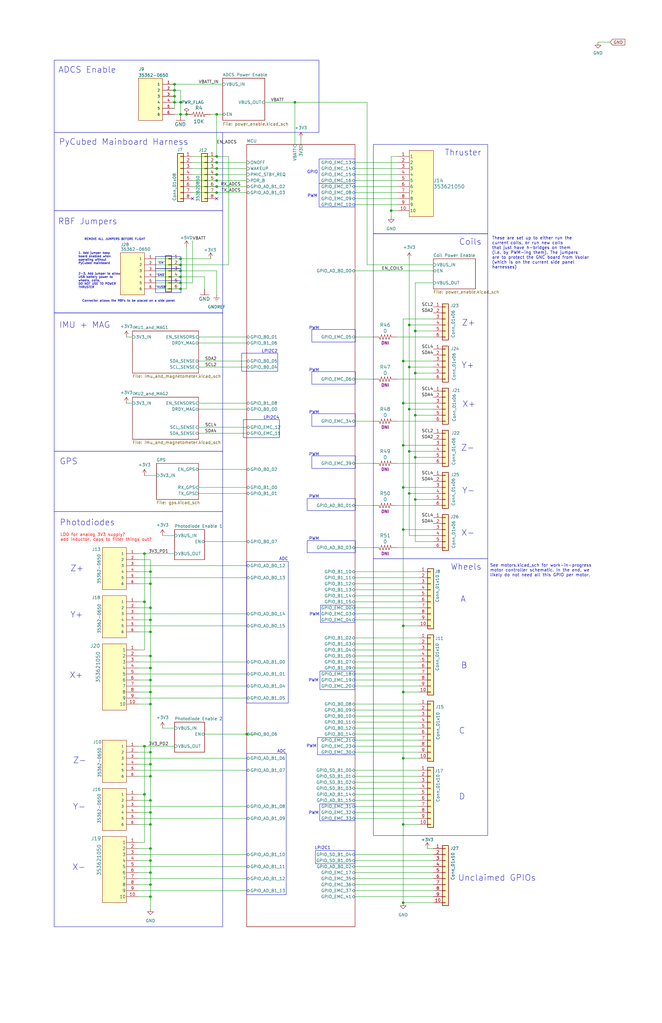
<source format=kicad_sch>
(kicad_sch (version 20230121) (generator eeschema)
  (paper "USLedger" portrait)
  (lib_symbols
    (symbol "353621050_1" (pin_names (offset 0.254))
      (property "Reference" "J" (at -5.08 17.78 0))
      (property "Value" "353621050" (at 1.27 15.24 0))
      (symbol "353621050_1_1_1"
        (pin unspecified line (at -10.16 11.43 0) (length 5.08) (name "1") (number "1"))
        (pin unspecified line (at -10.16 -11.43 0) (length 5.08) (name "10") (number "10"))
        (pin unspecified line (at -10.16 8.89 0) (length 5.08) (name "2") (number "2"))
        (pin unspecified line (at -10.16 6.35 0) (length 5.08) (name "3") (number "3"))
        (pin unspecified line (at -10.16 3.81 0) (length 5.08) (name "4") (number "4"))
        (pin unspecified line (at -10.16 1.27 0) (length 5.08) (name "5") (number "5"))
        (pin unspecified line (at -10.16 -1.27 0) (length 5.08) (name "6") (number "6"))
        (pin unspecified line (at -10.16 -3.81 0) (length 5.08) (name "7") (number "7"))
        (pin unspecified line (at -10.16 -6.35 0) (length 5.08) (name "8") (number "8"))
        (pin unspecified line (at -10.16 -8.89 0) (length 5.08) (name "9") (number "9"))
      )
      (symbol "353621050_1_1_2"
        (pin unspecified line (at 0 0 0) (length 5.08) (name "1") (number "1"))
        (pin unspecified line (at 0 -22.86 0) (length 5.08) (name "10") (number "10"))
        (pin unspecified line (at 0 -2.54 0) (length 5.08) (name "2") (number "2"))
        (pin unspecified line (at 0 -5.08 0) (length 5.08) (name "3") (number "3"))
        (pin unspecified line (at 0 -7.62 0) (length 5.08) (name "4") (number "4"))
        (pin unspecified line (at 0 -10.16 0) (length 5.08) (name "5") (number "5"))
        (pin unspecified line (at 0 -12.7 0) (length 5.08) (name "6") (number "6"))
        (pin unspecified line (at 0 -15.24 0) (length 5.08) (name "7") (number "7"))
        (pin unspecified line (at 0 -17.78 0) (length 5.08) (name "8") (number "8"))
        (pin unspecified line (at 0 -20.32 0) (length 5.08) (name "9") (number "9"))
      )
    )
    (symbol "Connector_Generic:Conn_01x06" (pin_names (offset 1.016) hide)
      (property "Reference" "J" (at 0 7.62 0))
      (property "Value" "Conn_01x06" (at 0 -10.16 0))
      (symbol "Conn_01x06_1_1"
        (pin passive line (at -5.08 5.08 0) (length 3.81) (name "Pin_1") (number "1"))
        (pin passive line (at -5.08 2.54 0) (length 3.81) (name "Pin_2") (number "2"))
        (pin passive line (at -5.08 0 0) (length 3.81) (name "Pin_3") (number "3"))
        (pin passive line (at -5.08 -2.54 0) (length 3.81) (name "Pin_4") (number "4"))
        (pin passive line (at -5.08 -5.08 0) (length 3.81) (name "Pin_5") (number "5"))
        (pin passive line (at -5.08 -7.62 0) (length 3.81) (name "Pin_6") (number "6"))
      )
    )
    (symbol "Connector_Generic:Conn_01x08" (pin_names (offset 1.016) hide)
      (property "Reference" "J" (at 0 10.16 0))
      (property "Value" "Conn_01x08" (at 0 -12.7 0))
      (symbol "Conn_01x08_1_1"
        (pin passive line (at -5.08 7.62 0) (length 3.81) (name "Pin_1") (number "1"))
        (pin passive line (at -5.08 5.08 0) (length 3.81) (name "Pin_2") (number "2"))
        (pin passive line (at -5.08 2.54 0) (length 3.81) (name "Pin_3") (number "3"))
        (pin passive line (at -5.08 0 0) (length 3.81) (name "Pin_4") (number "4"))
        (pin passive line (at -5.08 -2.54 0) (length 3.81) (name "Pin_5") (number "5"))
        (pin passive line (at -5.08 -5.08 0) (length 3.81) (name "Pin_6") (number "6"))
        (pin passive line (at -5.08 -7.62 0) (length 3.81) (name "Pin_7") (number "7"))
        (pin passive line (at -5.08 -10.16 0) (length 3.81) (name "Pin_8") (number "8"))
      )
    )
    (symbol "Connector_Generic:Conn_01x10" (pin_names (offset 1.016) hide)
      (property "Reference" "J" (at 0 12.7 0))
      (property "Value" "Conn_01x10" (at 0 -15.24 0))
      (symbol "Conn_01x10_1_1"
        (pin passive line (at -5.08 10.16 0) (length 3.81) (name "Pin_1") (number "1"))
        (pin passive line (at -5.08 -12.7 0) (length 3.81) (name "Pin_10") (number "10"))
        (pin passive line (at -5.08 7.62 0) (length 3.81) (name "Pin_2") (number "2"))
        (pin passive line (at -5.08 5.08 0) (length 3.81) (name "Pin_3") (number "3"))
        (pin passive line (at -5.08 2.54 0) (length 3.81) (name "Pin_4") (number "4"))
        (pin passive line (at -5.08 0 0) (length 3.81) (name "Pin_5") (number "5"))
        (pin passive line (at -5.08 -2.54 0) (length 3.81) (name "Pin_6") (number "6"))
        (pin passive line (at -5.08 -5.08 0) (length 3.81) (name "Pin_7") (number "7"))
        (pin passive line (at -5.08 -7.62 0) (length 3.81) (name "Pin_8") (number "8"))
        (pin passive line (at -5.08 -10.16 0) (length 3.81) (name "Pin_9") (number "9"))
      )
    )
    (symbol "GND_2" (power) (pin_names (offset 0))
      (property "Value" "GND_2" (at 0 -3.81 0))
      (symbol "GND_2_1_1"
        (pin power_in line (at 0 0 270) (length 0) hide (name "GND") (number "1"))
      )
    )
    (symbol "adcs:353621050" (pin_names (offset 0.254))
      (property "Reference" "J" (at -5.08 17.78 0))
      (property "Value" "353621050" (at 1.27 15.24 0))
      (symbol "353621050_1_1"
        (pin unspecified line (at -10.16 11.43 0) (length 5.08) (name "1") (number "1"))
        (pin unspecified line (at -10.16 -11.43 0) (length 5.08) (name "10") (number "10"))
        (pin unspecified line (at -10.16 8.89 0) (length 5.08) (name "2") (number "2"))
        (pin unspecified line (at -10.16 6.35 0) (length 5.08) (name "3") (number "3"))
        (pin unspecified line (at -10.16 3.81 0) (length 5.08) (name "4") (number "4"))
        (pin unspecified line (at -10.16 1.27 0) (length 5.08) (name "5") (number "5"))
        (pin unspecified line (at -10.16 -1.27 0) (length 5.08) (name "6") (number "6"))
        (pin unspecified line (at -10.16 -3.81 0) (length 5.08) (name "7") (number "7"))
        (pin unspecified line (at -10.16 -6.35 0) (length 5.08) (name "8") (number "8"))
        (pin unspecified line (at -10.16 -8.89 0) (length 5.08) (name "9") (number "9"))
      )
      (symbol "353621050_1_2"
        (pin unspecified line (at 0 0 0) (length 5.08) (name "1") (number "1"))
        (pin unspecified line (at 0 -22.86 0) (length 5.08) (name "10") (number "10"))
        (pin unspecified line (at 0 -2.54 0) (length 5.08) (name "2") (number "2"))
        (pin unspecified line (at 0 -5.08 0) (length 5.08) (name "3") (number "3"))
        (pin unspecified line (at 0 -7.62 0) (length 5.08) (name "4") (number "4"))
        (pin unspecified line (at 0 -10.16 0) (length 5.08) (name "5") (number "5"))
        (pin unspecified line (at 0 -12.7 0) (length 5.08) (name "6") (number "6"))
        (pin unspecified line (at 0 -15.24 0) (length 5.08) (name "7") (number "7"))
        (pin unspecified line (at 0 -17.78 0) (length 5.08) (name "8") (number "8"))
        (pin unspecified line (at 0 -20.32 0) (length 5.08) (name "9") (number "9"))
      )
    )
    (symbol "mainboard:35362-0650" (pin_names (offset 1.016))
      (property "Reference" "J" (at -5.334 11.4554 0))
      (property "Value" "35362-0650" (at -6.096 -11.684 0))
      (symbol "35362-0650_0_0"
        (pin passive line (at 10.16 7.62 180) (length 5.08) (name "1") (number "1"))
        (pin passive line (at 10.16 5.08 180) (length 5.08) (name "2") (number "2"))
        (pin passive line (at 10.16 2.54 180) (length 5.08) (name "3") (number "3"))
        (pin passive line (at 10.16 0 180) (length 5.08) (name "4") (number "4"))
        (pin passive line (at 10.16 -2.54 180) (length 5.08) (name "5") (number "5"))
        (pin passive line (at 10.16 -5.08 180) (length 5.08) (name "6") (number "6"))
      )
    )
    (symbol "mainboard:GND" (power) (pin_names (offset 1.016))
      (property "Value" "GND" (at -2.54 -2.54 0))
      (symbol "GND_1_0"
        (pin power_in line (at 0 2.54 270) (length 2.54) (name "GND") (number "1"))
      )
    )
    (symbol "mainboard:R-US_R0603" (pin_names (offset 1.016))
      (property "Reference" "R" (at -3.81 1.4986 0))
      (property "Value" "R-US_R0603" (at -3.81 -3.302 0))
      (symbol "R-US_R0603_1_0"
        (pin passive line (at -5.08 0 0) (length 2.54) (name "1") (number "1"))
        (pin passive line (at 5.08 0 180) (length 2.54) (name "2") (number "2"))
      )
    )
    (symbol "power:+3V3" (power) (pin_names (offset 0))
      (property "Value" "+3V3" (at 0 3.556 0))
      (symbol "+3V3_1_1"
        (pin power_in line (at 0 0 90) (length 0) hide (name "+3V3") (number "1"))
      )
    )
    (symbol "power:+5VD" (power) (pin_names (offset 0))
      (property "Value" "+5VD" (at 0 3.556 0))
      (symbol "+5VD_1_1"
        (pin power_in line (at 0 0 90) (length 0) hide (name "+5VD") (number "1"))
      )
    )
    (symbol "power:GND" (power) (pin_names (offset 0))
      (property "Value" "GND" (at 0 -3.81 0))
      (symbol "GND_1_1"
        (pin power_in line (at 0 0 270) (length 0) hide (name "GND") (number "1"))
      )
    )
    (symbol "power:GNDREF" (power) (pin_names (offset 0))
      (property "Value" "GNDREF" (at 0 -3.81 0))
      (symbol "GNDREF_1_1"
        (pin power_in line (at 0 0 270) (length 0) hide (name "GNDREF") (number "1"))
      )
    )
    (symbol "power:PWR_FLAG" (power) (pin_numbers hide) (pin_names (offset 0) hide)
      (property "Value" "PWR_FLAG" (at 0 3.81 0))
      (symbol "PWR_FLAG_0_0"
        (pin power_out line (at 0 0 90) (length 0) (name "pwr") (number "1"))
      )
    )
  )
  (bus_alias "UART" (members "TX" "RX"))
  (junction (at 63.5 347.98))
  (junction (at 76.2 48.26))
  (junction (at 175.26 157.48))
  (junction (at 91.44 48.26))
  (junction (at 63.5 246.38))
  (junction (at 76.2 114.3))
  (junction (at 175.26 139.7))
  (junction (at 170.18 187.96))
  (junction (at 172.72 208.28))
  (junction (at 63.5 363.22))
  (junction (at 76.2 119.38))
  (junction (at 165.1 88.9))
  (junction (at 63.5 378.46))
  (junction (at 63.5 287.02))
  (junction (at 104.14 309.88))
  (junction (at 170.18 264.16))
  (junction (at 91.44 71.12))
  (junction (at 170.18 347.98))
  (junction (at 73.66 38.1))
  (junction (at 172.72 154.94))
  (junction (at 172.72 172.72))
  (junction (at 91.44 76.2))
  (junction (at 76.2 109.22))
  (junction (at 170.18 205.74))
  (junction (at 170.18 152.4))
  (junction (at 60.96 335.28))
  (junction (at 63.5 266.7))
  (junction (at 175.26 175.26))
  (junction (at 63.5 292.1))
  (junction (at 73.66 43.18))
  (junction (at 175.26 210.82))
  (junction (at 76.2 121.92))
  (junction (at 170.18 170.18))
  (junction (at 91.44 78.74))
  (junction (at 73.66 40.64))
  (junction (at 91.44 66.04))
  (junction (at 60.96 254))
  (junction (at 60.96 314.96))
  (junction (at 170.18 292.1))
  (junction (at 76.2 111.76))
  (junction (at 175.26 193.04))
  (junction (at 91.44 81.28))
  (junction (at 63.5 337.82))
  (junction (at 63.5 322.58))
  (junction (at 63.5 276.86))
  (junction (at 172.72 190.5))
  (junction (at 76.2 116.84))
  (junction (at 63.5 317.5))
  (junction (at 63.5 261.62))
  (junction (at 170.18 320.04))
  (junction (at 78.74 48.26))
  (junction (at 63.5 241.3))
  (junction (at 63.5 342.9))
  (junction (at 91.44 73.66))
  (junction (at 63.5 256.54))
  (junction (at 63.5 373.38))
  (junction (at 63.5 297.18))
  (junction (at 170.18 223.52))
  (junction (at 63.5 327.66))
  (junction (at 63.5 281.94))
  (junction (at 91.44 68.58))
  (junction (at 60.96 233.68))
  (junction (at 172.72 137.16))
  (junction (at 124.46 43.18))
  (junction (at 170.18 381))
  (junction (at 73.66 35.56))
  (junction (at 63.5 368.3))
  (junction (at 76.2 43.18))
  (junction (at 63.5 358.14))
  (no_connect (at 91.44 83.82))
  (no_connect (at 81.28 83.82))
  (wire (pts (xy 81.28 76.2) (xy 91.44 76.2)))
  (wire (pts (xy 157.48 195.58) (xy 149.86 195.58)))
  (wire (pts (xy 127 58.42) (xy 127 60.96)))
  (wire (pts (xy 66.04 119.38) (xy 76.2 119.38)))
  (wire (pts (xy 182.88 195.58) (xy 167.64 195.58)))
  (wire (pts (xy 109.22 309.88) (xy 104.14 309.88)))
  (wire (pts (xy 63.5 363.22) (xy 58.42 363.22)))
  (wire (pts (xy 170.18 347.98) (xy 170.18 381)))
  (wire (pts (xy 175.26 157.48) (xy 175.26 175.26)))
  (wire (pts (xy 63.5 297.18) (xy 63.5 317.5)))
  (wire (pts (xy 66.04 121.92) (xy 76.2 121.92)))
  (wire (pts (xy 175.26 210.82) (xy 175.26 228.6)))
  (wire (pts (xy 111.76 43.18) (xy 124.46 43.18)))
  (wire (pts (xy 81.28 73.66) (xy 91.44 73.66)))
  (wire (pts (xy 63.5 292.1) (xy 58.42 292.1)))
  (wire (pts (xy 182.88 157.48) (xy 175.26 157.48)))
  (wire (pts (xy 73.66 35.56) (xy 93.98 35.56)))
  (wire (pts (xy 182.88 114.3) (xy 149.86 114.3)))
  (wire (pts (xy 60.96 254) (xy 58.42 254)))
  (wire (pts (xy 149.86 312.42) (xy 176.6824 312.42)))
  (wire (pts (xy 176.6824 327.66) (xy 149.86 327.66)))
  (wire (pts (xy 104.14 170.18) (xy 83.82 170.18)))
  (wire (pts (xy 63.5 236.22) (xy 58.42 236.22)))
  (wire (pts (xy 76.2 119.38) (xy 81.28 119.38)))
  (wire (pts (xy 157.48 160.02) (xy 149.86 160.02)))
  (wire (pts (xy 58.42 314.96) (xy 60.96 314.96)))
  (wire (pts (xy 60.96 233.68) (xy 60.96 254)))
  (wire (pts (xy 176.6824 289.56) (xy 149.86 289.56)))
  (wire (pts (xy 63.5 266.7) (xy 58.42 266.7)))
  (wire (pts (xy 149.86 373.38) (xy 182.88 373.38)))
  (wire (pts (xy 176.6824 342.9) (xy 149.86 342.9)))
  (wire (pts (xy 176.6824 256.54) (xy 149.86 256.54)))
  (wire (pts (xy 157.48 142.24) (xy 149.86 142.24)))
  (wire (pts (xy 96.52 66.04) (xy 96.52 111.76)))
  (wire (pts (xy 149.86 363.22) (xy 182.88 363.22)))
  (wire (pts (xy 63.5 342.9) (xy 63.5 337.82)))
  (wire (pts (xy 182.88 152.4) (xy 170.18 152.4)))
  (wire (pts (xy 154.94 43.18) (xy 154.94 111.76)))
  (wire (pts (xy 176.6824 269.24) (xy 149.86 269.24)))
  (wire (pts (xy 73.66 226.06) (xy 68.58 226.06)))
  (wire (pts (xy 170.18 134.62) (xy 182.88 134.62)))
  (wire (pts (xy 167.64 71.12) (xy 149.86 71.12)))
  (wire (pts (xy 176.6824 325.12) (xy 149.86 325.12)))
  (wire (pts (xy 91.44 76.2) (xy 104.14 76.2)))
  (wire (pts (xy 172.72 137.16) (xy 172.72 154.94)))
  (wire (pts (xy 157.48 231.14) (xy 149.86 231.14)))
  (wire (pts (xy 58.42 294.64) (xy 104.14 294.64)))
  (wire (pts (xy 63.5 261.62) (xy 58.42 261.62)))
  (wire (pts (xy 58.42 233.68) (xy 60.96 233.68)))
  (wire (pts (xy 104.14 182.88) (xy 83.82 182.88)))
  (wire (pts (xy 73.66 307.34) (xy 68.58 307.34)))
  (wire (pts (xy 58.42 365.76) (xy 104.14 365.76)))
  (wire (pts (xy 81.28 68.58) (xy 91.44 68.58)))
  (wire (pts (xy 96.52 66.04) (xy 91.44 66.04)))
  (wire (pts (xy 182.88 193.04) (xy 175.26 193.04)))
  (wire (pts (xy 176.6824 259.08) (xy 149.86 259.08)))
  (wire (pts (xy 63.5 368.3) (xy 58.42 368.3)))
  (wire (pts (xy 154.94 43.18) (xy 124.46 43.18)))
  (wire (pts (xy 63.5 337.82) (xy 58.42 337.82)))
  (wire (pts (xy 182.88 190.5) (xy 172.72 190.5)))
  (wire (pts (xy 182.88 137.16) (xy 172.72 137.16)))
  (wire (pts (xy 73.66 40.64) (xy 73.66 43.18)))
  (wire (pts (xy 104.14 172.72) (xy 83.82 172.72)))
  (wire (pts (xy 176.6824 309.88) (xy 149.86 309.88)))
  (wire (pts (xy 167.64 68.58) (xy 149.86 68.58)))
  (wire (pts (xy 66.04 111.76) (xy 76.2 111.76)))
  (wire (pts (xy 167.64 81.28) (xy 149.86 81.28)))
  (wire (pts (xy 91.44 48.26) (xy 91.44 66.04)))
  (wire (pts (xy 58.42 259.08) (xy 104.14 259.08)))
  (wire (pts (xy 63.5 337.82) (xy 63.5 327.66)))
  (wire (pts (xy 182.88 208.28) (xy 172.72 208.28)))
  (wire (pts (xy 176.6824 347.98) (xy 170.18 347.98)))
  (wire (pts (xy 63.5 358.14) (xy 58.42 358.14)))
  (wire (pts (xy 63.5 287.02) (xy 58.42 287.02)))
  (wire (pts (xy 91.44 73.66) (xy 104.14 73.66)))
  (wire (pts (xy 66.04 114.3) (xy 76.2 114.3)))
  (wire (pts (xy 76.2 43.18) (xy 73.66 43.18)))
  (wire (pts (xy 55.88 142.24) (xy 53.34 142.24)))
  (wire (pts (xy 63.5 347.98) (xy 58.42 347.98)))
  (wire (pts (xy 76.2 48.26) (xy 78.74 48.26)))
  (wire (pts (xy 167.64 86.36) (xy 149.86 86.36)))
  (wire (pts (xy 86.36 116.84) (xy 86.36 121.92)))
  (wire (pts (xy 170.18 264.16) (xy 170.18 292.1)))
  (wire (pts (xy 91.44 71.12) (xy 104.14 71.12)))
  (wire (pts (xy 60.96 335.28) (xy 58.42 335.28)))
  (wire (pts (xy 176.6824 320.04) (xy 170.18 320.04)))
  (wire (pts (xy 58.42 345.44) (xy 104.14 345.44)))
  (wire (pts (xy 73.66 43.18) (xy 73.66 45.72)))
  (wire (pts (xy 60.96 254) (xy 60.96 274.32)))
  (wire (pts (xy 124.46 43.18) (xy 124.46 60.96)))
  (wire (pts (xy 172.72 172.72) (xy 172.72 190.5)))
  (wire (pts (xy 182.88 231.14) (xy 167.64 231.14)))
  (wire (pts (xy 167.64 66.04) (xy 165.1 66.04)))
  (wire (pts (xy 76.2 116.84) (xy 86.36 116.84)))
  (wire (pts (xy 58.42 264.16) (xy 104.14 264.16)))
  (wire (pts (xy 91.44 78.74) (xy 104.14 78.74)))
  (wire (pts (xy 175.26 119.38) (xy 175.26 139.7)))
  (wire (pts (xy 175.26 228.6) (xy 182.88 228.6)))
  (wire (pts (xy 91.44 81.28) (xy 104.14 81.28)))
  (wire (pts (xy 63.5 297.18) (xy 58.42 297.18)))
  (wire (pts (xy 104.14 205.74) (xy 83.82 205.74)))
  (wire (pts (xy 149.86 378.46) (xy 182.88 378.46)))
  (wire (pts (xy 182.88 381) (xy 170.18 381)))
  (wire (pts (xy 176.6824 279.4) (xy 149.86 279.4)))
  (wire (pts (xy 167.64 73.66) (xy 149.86 73.66)))
  (wire (pts (xy 63.5 276.86) (xy 63.5 281.94)))
  (wire (pts (xy 182.88 119.38) (xy 175.26 119.38)))
  (wire (pts (xy 170.18 187.96) (xy 170.18 205.74)))
  (wire (pts (xy 176.6824 274.32) (xy 149.86 274.32)))
  (wire (pts (xy 154.94 111.76) (xy 182.88 111.76)))
  (wire (pts (xy 176.6824 241.3) (xy 149.86 241.3)))
  (wire (pts (xy 104.14 198.12) (xy 83.82 198.12)))
  (wire (pts (xy 73.66 38.1) (xy 76.2 38.1)))
  (wire (pts (xy 60.96 274.32) (xy 58.42 274.32)))
  (wire (pts (xy 176.6824 297.18) (xy 149.86 297.18)))
  (wire (pts (xy 176.6824 246.38) (xy 149.86 246.38)))
  (wire (pts (xy 63.5 373.38) (xy 63.5 378.46)))
  (wire (pts (xy 182.88 139.7) (xy 175.26 139.7)))
  (wire (pts (xy 176.6824 332.74) (xy 149.86 332.74)))
  (wire (pts (xy 176.6824 299.72) (xy 149.86 299.72)))
  (wire (pts (xy 172.72 208.28) (xy 172.72 226.06)))
  (wire (pts (xy 63.5 241.3) (xy 63.5 236.22)))
  (wire (pts (xy 176.6824 330.2) (xy 149.86 330.2)))
  (wire (pts (xy 176.6824 276.86) (xy 149.86 276.86)))
  (wire (pts (xy 176.6824 254) (xy 149.86 254)))
  (wire (pts (xy 86.36 228.6) (xy 104.14 228.6)))
  (wire (pts (xy 58.42 370.84) (xy 104.14 370.84)))
  (wire (pts (xy 58.42 284.48) (xy 104.14 284.48)))
  (wire (pts (xy 149.86 314.96) (xy 176.6824 314.96)))
  (wire (pts (xy 167.64 88.9) (xy 165.1 88.9)))
  (wire (pts (xy 182.88 205.74) (xy 170.18 205.74)))
  (wire (pts (xy 63.5 317.5) (xy 58.42 317.5)))
  (wire (pts (xy 81.28 101.6) (xy 81.28 119.38)))
  (wire (pts (xy 63.5 363.22) (xy 63.5 368.3)))
  (wire (pts (xy 60.96 314.96) (xy 73.66 314.96)))
  (wire (pts (xy 55.88 170.18) (xy 53.34 170.18)))
  (wire (pts (xy 170.18 320.04) (xy 170.18 347.98)))
  (wire (pts (xy 104.14 154.94) (xy 83.82 154.94)))
  (wire (pts (xy 76.2 121.92) (xy 78.74 121.92)))
  (wire (pts (xy 176.6824 340.36) (xy 149.86 340.36)))
  (wire (pts (xy 81.28 71.12) (xy 91.44 71.12)))
  (wire (pts (xy 63.5 266.7) (xy 63.5 261.62)))
  (wire (pts (xy 63.5 322.58) (xy 63.5 317.5)))
  (wire (pts (xy 165.1 66.04) (xy 165.1 88.9)))
  (wire (pts (xy 176.6824 271.78) (xy 149.86 271.78)))
  (wire (pts (xy 170.18 292.1) (xy 170.18 320.04)))
  (wire (pts (xy 63.5 256.54) (xy 63.5 246.38)))
  (wire (pts (xy 176.6824 243.84) (xy 149.86 243.84)))
  (wire (pts (xy 170.18 170.18) (xy 170.18 187.96)))
  (wire (pts (xy 60.96 314.96) (xy 60.96 335.28)))
  (wire (pts (xy 157.48 177.8) (xy 149.86 177.8)))
  (wire (pts (xy 63.5 368.3) (xy 63.5 373.38)))
  (wire (pts (xy 170.18 205.74) (xy 170.18 223.52)))
  (wire (pts (xy 170.1546 381.0508) (xy 170.1546 381)))
  (wire (pts (xy 176.6824 281.94) (xy 149.86 281.94)))
  (wire (pts (xy 63.5 373.38) (xy 58.42 373.38)))
  (wire (pts (xy 76.2 43.18) (xy 76.2 48.26)))
  (wire (pts (xy 182.88 154.94) (xy 172.72 154.94)))
  (wire (pts (xy 104.14 180.34) (xy 83.82 180.34)))
  (wire (pts (xy 104.14 144.78) (xy 83.82 144.78)))
  (wire (pts (xy 63.5 347.98) (xy 63.5 358.14)))
  (wire (pts (xy 176.6824 302.26) (xy 149.86 302.26)))
  (wire (pts (xy 176.6824 292.1) (xy 170.18 292.1)))
  (wire (pts (xy 182.88 175.26) (xy 175.26 175.26)))
  (wire (pts (xy 63.5 378.46) (xy 58.42 378.46)))
  (wire (pts (xy 76.2 48.26) (xy 73.66 48.26)))
  (wire (pts (xy 63.5 266.7) (xy 63.5 276.86)))
  (wire (pts (xy 172.72 190.5) (xy 172.72 208.28)))
  (wire (pts (xy 175.26 139.7) (xy 175.26 157.48)))
  (wire (pts (xy 60.96 335.28) (xy 60.96 355.6)))
  (wire (pts (xy 81.28 81.28) (xy 91.44 81.28)))
  (wire (pts (xy 104.14 142.24) (xy 83.82 142.24)))
  (wire (pts (xy 60.96 355.6) (xy 58.42 355.6)))
  (wire (pts (xy 182.88 187.96) (xy 170.18 187.96)))
  (wire (pts (xy 63.5 276.86) (xy 58.42 276.86)))
  (wire (pts (xy 63.5 322.58) (xy 58.42 322.58)))
  (wire (pts (xy 63.5 261.62) (xy 63.5 256.54)))
  (wire (pts (xy 78.74 104.14) (xy 78.74 121.92)))
  (wire (pts (xy 104.14 152.4) (xy 83.82 152.4)))
  (wire (pts (xy 167.64 83.82) (xy 149.86 83.82)))
  (wire (pts (xy 104.14 309.88) (xy 86.36 309.88)))
  (wire (pts (xy 66.04 116.84) (xy 76.2 116.84)))
  (wire (pts (xy 63.5 347.98) (xy 63.5 342.9)))
  (wire (pts (xy 182.88 223.52) (xy 170.18 223.52)))
  (wire (pts (xy 63.5 327.66) (xy 58.42 327.66)))
  (wire (pts (xy 176.6824 337.82) (xy 149.86 337.82)))
  (wire (pts (xy 58.42 340.36) (xy 104.14 340.36)))
  (wire (pts (xy 76.2 111.76) (xy 96.52 111.76)))
  (wire (pts (xy 170.18 264.16) (xy 176.6824 264.16)))
  (wire (pts (xy 149.86 370.84) (xy 182.88 370.84)))
  (wire (pts (xy 66.04 109.22) (xy 76.2 109.22)))
  (wire (pts (xy 182.88 210.82) (xy 175.26 210.82)))
  (wire (pts (xy 176.6824 261.62) (xy 149.86 261.62)))
  (wire (pts (xy 176.6824 284.48) (xy 149.86 284.48)))
  (wire (pts (xy 81.28 66.04) (xy 91.44 66.04)))
  (wire (pts (xy 63.5 246.38) (xy 58.42 246.38)))
  (wire (pts (xy 176.6824 345.44) (xy 149.86 345.44)))
  (wire (pts (xy 182.88 172.72) (xy 172.72 172.72)))
  (wire (pts (xy 176.6824 287.02) (xy 149.86 287.02)))
  (wire (pts (xy 175.26 175.26) (xy 175.26 193.04)))
  (wire (pts (xy 63.5 281.94) (xy 63.5 287.02)))
  (wire (pts (xy 149.86 365.76) (xy 182.88 365.76)))
  (wire (pts (xy 252.3744 17.78) (xy 257.4544 17.78)))
  (wire (pts (xy 182.88 142.24) (xy 167.64 142.24)))
  (wire (pts (xy 149.86 368.3) (xy 182.88 368.3)))
  (wire (pts (xy 104.14 208.28) (xy 83.82 208.28)))
  (wire (pts (xy 76.2 38.1) (xy 76.2 43.18)))
  (wire (pts (xy 73.66 35.56) (xy 73.66 38.1)))
  (wire (pts (xy 58.42 325.12) (xy 104.14 325.12)))
  (wire (pts (xy 76.2 109.22) (xy 88.9 109.22)))
  (wire (pts (xy 63.5 292.1) (xy 63.5 297.18)))
  (wire (pts (xy 58.42 320.04) (xy 104.14 320.04)))
  (wire (pts (xy 91.44 124.46) (xy 91.44 114.3)))
  (wire (pts (xy 63.5 287.02) (xy 63.5 292.1)))
  (wire (pts (xy 172.72 154.94) (xy 172.72 172.72)))
  (wire (pts (xy 176.6824 251.46) (xy 149.86 251.46)))
  (wire (pts (xy 58.42 279.4) (xy 104.14 279.4)))
  (wire (pts (xy 149.86 317.5) (xy 176.6824 317.5)))
  (wire (pts (xy 167.64 76.2) (xy 149.86 76.2)))
  (wire (pts (xy 81.28 78.74) (xy 91.44 78.74)))
  (wire (pts (xy 182.88 213.36) (xy 167.64 213.36)))
  (wire (pts (xy 63.5 256.54) (xy 58.42 256.54)))
  (wire (pts (xy 63.5 281.94) (xy 58.42 281.94)))
  (wire (pts (xy 172.72 226.06) (xy 182.88 226.06)))
  (wire (pts (xy 176.6824 304.8) (xy 149.86 304.8)))
  (wire (pts (xy 170.1546 381) (xy 170.18 381)))
  (wire (pts (xy 58.42 360.68) (xy 104.14 360.68)))
  (wire (pts (xy 63.5 358.14) (xy 63.5 363.22)))
  (wire (pts (xy 58.42 375.92) (xy 104.14 375.92)))
  (wire (pts (xy 66.04 200.66) (xy 60.96 200.66)))
  (wire (pts (xy 176.6824 335.28) (xy 149.86 335.28)))
  (wire (pts (xy 172.72 109.22) (xy 172.72 137.16)))
  (wire (pts (xy 60.96 233.68) (xy 73.66 233.68)))
  (wire (pts (xy 149.86 375.92) (xy 182.88 375.92)))
  (wire (pts (xy 73.66 38.1) (xy 73.66 40.64)))
  (wire (pts (xy 182.88 177.8) (xy 167.64 177.8)))
  (wire (pts (xy 58.42 238.76) (xy 104.14 238.76)))
  (wire (pts (xy 63.5 241.3) (xy 58.42 241.3)))
  (wire (pts (xy 167.64 78.74) (xy 149.86 78.74)))
  (wire (pts (xy 63.5 378.46) (xy 63.5 383.54)))
  (wire (pts (xy 175.26 193.04) (xy 175.26 210.82)))
  (wire (pts (xy 170.18 223.52) (xy 170.18 264.16)))
  (wire (pts (xy 157.48 213.36) (xy 149.86 213.36)))
  (wire (pts (xy 170.18 152.4) (xy 170.18 170.18)))
  (wire (pts (xy 182.88 358.14) (xy 180.34 358.14)))
  (wire (pts (xy 176.6824 248.92) (xy 149.86 248.92)))
  (wire (pts (xy 76.2 114.3) (xy 91.44 114.3)))
  (wire (pts (xy 58.42 289.56) (xy 104.14 289.56)))
  (wire (pts (xy 88.9 48.26) (xy 91.44 48.26)))
  (wire (pts (xy 176.6824 307.34) (xy 149.86 307.34)))
  (wire (pts (xy 63.5 246.38) (xy 63.5 241.3)))
  (wire (pts (xy 63.5 342.9) (xy 58.42 342.9)))
  (wire (pts (xy 165.1 91.44) (xy 165.1 88.9)))
  (wire (pts (xy 91.44 68.58) (xy 104.14 68.58)))
  (wire (pts (xy 170.18 134.62) (xy 170.18 152.4)))
  (wire (pts (xy 149.86 360.68) (xy 182.88 360.68)))
  (wire (pts (xy 58.42 243.84) (xy 104.14 243.84)))
  (wire (pts (xy 182.88 160.02) (xy 167.64 160.02)))
  (wire (pts (xy 63.5 327.66) (xy 63.5 322.58)))
  (wire (pts (xy 182.88 170.18) (xy 170.18 170.18)))
  (wire (pts (xy 91.44 48.26) (xy 93.98 48.26)))
  (rectangle (start 157.5816 60.96) (end 205.8416 98.6536))
  (rectangle (start 22.86 55.88) (end 93.98 88.9))
  (rectangle (start 134.6708 77.4446) (end 149.86 87.376))
  (rectangle (start 22.86 190.5) (end 93.98 215.9))
  (rectangle (start 104.0892 236.982) (end 121.6914 296.7482))
  (rectangle (start 131.5974 144.3736) (end 149.9616 139.065))
  (rectangle (start 65.6082 118.491) (end 76.4032 123.5202))
  (rectangle (start 129.6416 215.4936) (end 149.9616 210.4136))
  (rectangle (start 22.86 88.9) (end 93.98 132.08))
  (rectangle (start 104.14 318.008) (end 120.8024 377.6218))
  (rectangle (start 134.0104 311.3024) (end 149.86 318.5668))
  (rectangle (start 133.1214 358.9782) (end 149.8092 364.5408))
  (rectangle (start 134.9502 339.2932) (end 149.8346 346.4052))
  (rectangle (start 131.5974 179.9336) (end 149.9616 174.625))
  (rectangle (start 131.5974 162.1536) (end 149.9616 156.845))
  (rectangle (start 22.86 132.08) (end 93.98 190.5))
  (rectangle (start 157.5816 235.8136) (end 205.8416 98.6536))
  (rectangle (start 129.6416 228.1936) (end 149.9616 233.2736))
  (rectangle (start 135.0264 283.2608) (end 149.8092 291.084))
  (rectangle (start 22.86 25.4) (end 134.62 55.88))
  (rectangle (start 135.2804 255.4224) (end 149.8346 262.7376))
  (rectangle (start 131.5974 197.7136) (end 149.9616 192.405))
  (rectangle (start 134.6708 67.0814) (end 149.86 77.4446))
  (rectangle (start 65.6082 113.3856) (end 76.4032 118.491))
  (rectangle (start 65.6082 108.2548) (end 76.4032 113.3856))
  (rectangle (start 157.5816 352.6536) (end 205.8416 235.8136))
  (rectangle (start 101.981 149.0726) (end 117.221 156.6926))
  (rectangle (start 102.6922 184.7342) (end 117.9322 177.1142))
  (rectangle (start 22.86 215.9) (end 93.98 391.16))
  (text "GPS\n" (at 32.8168 196.3928 0) (effects (font (size 2.54 2.54)) (justify right bottom)))
  (text "PWM\n" (at 134.7216 192.6336 0) (effects (font (size 1.27 1.27)) (justify right bottom)))
  (text "LPI2C2\n" (at 117.221 149.0726 0) (effects (font (size 1.27 1.27)) (justify right bottom)))
  (text "Y+" (at 35.1028 261.112 0) (effects (font (size 2.54 2.54)) (justify right bottom)))
  (text "PWM\n" (at 134.874 260.1214 0) (effects (font (size 1.27 1.27)) (justify right bottom)))
  (text "Z+" (at 200.6854 137.8712 0) (effects (font (size 2.54 2.54)) (justify right bottom)))
  (text "LPI2C4\n" (at 117.9322 177.1142 0) (effects (font (size 1.27 1.27)) (justify right bottom)))
  (text "PWM\n" (at 134.7216 228.1936 0) (effects (font (size 1.27 1.27)) (justify right bottom)))
  (text "See motors.kicad_sch for work-in-progress \nmotor controller schematic. In the end, we \nlikely do not need all this GPIO per motor. " (at 206.7814 243.586 0) (effects (font (size 1.27 1.27)) (justify left bottom)))
  (text "PWM\n" (at 134.5946 343.9414 0) (effects (font (size 1.27 1.27)) (justify right bottom)))
  (text "D" (at 196.3674 337.8708 0) (effects (font (size 2.54 2.54)) (justify right bottom)))
  (text "Z-" (at 36.5506 322.58 0) (effects (font (size 2.54 2.54)) (justify right bottom)))
  (text "C" (at 196.3674 310.0324 0) (effects (font (size 2.54 2.54)) (justify right bottom)))
  (text "X-" (at 36.2204 367.6396 0) (effects (font (size 2.54 2.54)) (justify right bottom)))
  (text "X+" (at 200.8378 172.1866 0) (effects (font (size 2.54 2.54)) (justify right bottom)))
  (text "PyCubed Mainboard Harness" (at 24.8158 61.5442 0) (effects (font (size 2.54 2.54)) (justify left bottom)))
  (text "ADCS Enable" (at 24.5618 31.115 0) (effects (font (size 2.54 2.54)) (justify left bottom)))
  (text "2-3. Add jumper to allow\nUSB battery power to \nwheels, coils.\nDO NOT USE TO POWER \nTHRUSTER" (at 33.02 121.92 0) (effects (font (size 0.889 0.889)) (justify left bottom)))
  (text "Z-" (at 200.3552 190.627 0) (effects (font (size 2.54 2.54)) (justify right bottom)))
  (text "LPI2C1\n" (at 139.573 358.7242 0) (effects (font (size 1.27 1.27)) (justify right bottom)))
  (text "GPIO\n\n" (at 134.239 75.4888 0) (effects (font (size 1.27 1.27)) (justify right bottom)))
  (text "\"VUSB\"" (at 65.5574 121.8692 0) (effects (font (size 0.889 0.889)) (justify left bottom)))
  (text "\"EN\"" (at 66.421 111.6076 0) (effects (font (size 0.889 0.889)) (justify left bottom)))
  (text "Thruster\n" (at 203.2 66.04 0) (effects (font (size 2.54 2.54)) (justify right bottom)))
  (text "X+" (at 35.1028 286.6136 0) (effects (font (size 2.54 2.54)) (justify right bottom)))
  (text "PWM\n" (at 134.5184 288.0106 0) (effects (font (size 1.27 1.27)) (justify right bottom)))
  (text "X-" (at 200.3806 226.5426 0) (effects (font (size 2.54 2.54)) (justify right bottom)))
  (text "REMOVE ALL JUMPERS BEFORE FLIGHT" (at 35.56 101.6 0) (effects (font (size 0.889 0.889)) (justify left bottom)))
  (text "Unclaimed GPIOs" (at 226.2632 372.1608 0) (effects (font (size 2.54 2.54)) (justify right bottom)))
  (text "Y+" (at 200.2028 155.8036 0) (effects (font (size 2.54 2.54)) (justify right bottom)))
  (text "Coils\n" (at 203.3016 103.7336 0) (effects (font (size 2.54 2.54)) (justify right bottom)))
  (text "Connector allows the RBFs to be placed on a side panel\n" (at 34.6456 127.6096 0) (effects (font (size 0.889 0.889)) (justify left bottom)))
  (text "RBF Jumpers" (at 24.4348 95.0976 0) (effects (font (size 2.54 2.54)) (justify left bottom)))
  (text "IMU + MAG\n" (at 46.5582 138.811 0) (effects (font (size 2.54 2.54)) (justify right bottom)))
  (text "Y-" (at 36.2204 342.138 0) (effects (font (size 2.54 2.54)) (justify right bottom)))
  (text "PWM\n" (at 134.7216 174.8536 0) (effects (font (size 1.27 1.27)) (justify right bottom)))
  (text "PWM\n" (at 134.0612 83.5152 0) (effects (font (size 1.27 1.27)) (justify right bottom)))
  (text "A" (at 196.6468 254.508 0) (effects (font (size 2.54 2.54)) (justify right bottom)))
  (text "Wheels\n" (at 203.3016 240.8936 0) (effects (font (size 2.54 2.54)) (justify right bottom)))
  (text "1. Add jumper keep\nboard enabled when \noperating without \nPyCubed mainboard\n" (at 33.02 111.76 0) (effects (font (size 0.889 0.889)) (justify left bottom)))
  (text "These are set up to either run the\ncurrent coils, or run new coils \nthat just have h-bridges on them\n(i.e. by PWM-ing them). The jumpers\nare to protect the GNC board from Vsolar\n(which is on the current side panel \nharnesses)" (at 207.6196 113.6396 0) (effects (font (size 1.27 1.27)) (justify left bottom)))
  (text "B" (at 197.2818 282.4988 0) (effects (font (size 2.54 2.54)) (justify right bottom)))
  (text "Y-" (at 200.5076 208.6864 0) (effects (font (size 2.54 2.54)) (justify right bottom)))
  (text "PWM\n" (at 134.7216 139.2936 0) (effects (font (size 1.27 1.27)) (justify right bottom)))
  (text "\"GND\"" (at 70.0532 116.7638 0) (effects (font (size 0.889 0.889)) (justify right bottom)))
  (text "PWM\n" (at 133.6548 315.7474 0) (effects (font (size 1.27 1.27)) (justify right bottom)))
  (text "Photodiodes" (at 48.5648 222.1738 0) (effects (font (size 2.54 2.54)) (justify right bottom)))
  (text "PWM\n" (at 134.7216 210.4136 0) (effects (font (size 1.27 1.27)) (justify right bottom)))
  (text "ADC\n" (at 120.8024 317.9572 0) (effects (font (size 1.27 1.27)) (justify right bottom)))
  (text "ADC\n" (at 121.6152 236.728 0) (effects (font (size 1.27 1.27)) (justify right bottom)))
  (text "LDO for analog 3V3 supply?\nadd inductor, caps to filter things out?\n" (at 25.4 228.6 0) (effects (font (size 1.27 1.27)) (justify left bottom)))
  (text "Z+" (at 35.433 241.554 0) (effects (font (size 2.54 2.54)) (justify right bottom)))
  (text "PWM\n" (at 134.7216 157.0736 0) (effects (font (size 1.27 1.27)) (justify right bottom)))
  (label "SCL4" (at 182.88 147.32 180))
  (label "SDA2" (at 182.88 185.42 180))
  (label "SCL2" (at 91.44 154.94 180))
  (label "EN_ADCS" (at 91.44 60.96 0))
  (label "SCL4" (at 182.88 165.1 180))
  (label "SDA2" (at 182.88 132.08 180))
  (label "SDA4" (at 182.88 203.2 180))
  (label "VBATT" (at 114.3 43.18 0))
  (label "SDA4" (at 182.88 220.98 180))
  (label "SDA2" (at 91.44 152.4 180))
  (label "3V3_PD1" (at 71.12 233.68 180))
  (label "SDA4" (at 182.88 167.64 180))
  (label "3V3_PD2" (at 71.12 314.96 180))
  (label "SDA4" (at 182.88 149.86 180))
  (label "VBATT_IN" (at 83.82 35.56 0))
  (label "SCL4" (at 91.44 180.34 180))
  (label "EN_COILS" (at 170.18 114.3 180))
  (label "SCL2" (at 182.88 129.54 180))
  (label "SCL4" (at 182.88 218.44 180))
  (label "SCL2" (at 182.88 182.88 180))
  (label "VBATT" (at 81.28 101.6 0))
  (label "SCL4" (at 182.88 200.66 180))
  (label "SDA4" (at 91.44 182.88 180))
  (label "RX_ADCS" (at 101.6 78.74 180))
  (label "TX_ADCS" (at 101.6 81.28 180))
  (global_label "GND" (shape input) (at 257.4544 17.78 0) (property "Intersheetrefs" "${INTERSHEET_REFS}" (effects hide)))
  (symbol (lib_id "power:+3V3") (at 127 58.42 0) (unit 1)
    (property "Reference" "#PWR024" (effects hide))
    (property "Value" "+3V3" (at 127 53.9242 0))
  )
  (symbol (lib_id "Connector_Generic:Conn_01x06") (at 187.96 205.74 0) (unit 1)
    (property "Reference" "J25" (at 192.1002 200.3298 0))
    (property "Value" "Conn_01x06" (at 191.3636 207.645 90))
  )
  (symbol (lib_id "mainboard:GND") (at 76.2 50.8 0) (unit 1)
    (property "Reference" "#GND05" (effects hide))
    (property "Value" "GND" (at 73.66 53.34 0) (effects (font (size 1.4986 1.4986)) (justify left bottom)))
  )
  (symbol (lib_id "mainboard:35362-0650") (at 48.26 322.58 0) (unit 1)
    (property "Reference" "J10" (at 42.8752 313.182 0) (effects (justify right)))
    (property "Value" "35362-0650" (at 41.9862 315.4934 90) (effects (justify right)))
    (property "Footprint" "mainboard:MOLEX_35362-0650" (effects hide))
  )
  (symbol (lib_id "mainboard:R-US_R0603") (at 162.56 231.14 0) (mirror x) (unit 1)
    (property "Reference" "R51" (at 162.56 226.06 0) (effects (font (size 1.4986 1.4986))))
    (property "Value" "0" (at 162.56 228.6 0) (effects (font (size 1.4986 1.4986))))
    (property "Footprint" "Resistor_SMD:R_0603_1608Metric" (effects hide))
    (property "Description" "73.2K 0603" (effects hide))
    (property "DNI" "DNI" (at 162.56 233.68 0) (effects (font bold)))
  )
  (symbol (lib_id "mainboard:35362-0650") (at 63.5 43.18 0) (unit 1)
    (property "Reference" "J9" (at 59.69 29.21 0))
    (property "Value" "35362-0650" (at 64.77 31.75 0))
    (property "Footprint" "mainboard:MOLEX_35362-0650" (effects hide))
  )
  (symbol (lib_id "mainboard:35362-0650") (at 48.26 261.62 0) (unit 1)
    (property "Reference" "J18" (at 42.3926 252.1966 0) (effects (justify right)))
    (property "Value" "35362-0650" (at 41.8846 254.7874 90) (effects (justify right)))
    (property "Footprint" "mainboard:MOLEX_35362-0650" (effects hide))
  )
  (symbol (lib_id "Connector_Generic:Conn_01x10") (at 181.7624 279.4 0) (unit 1)
    (property "Reference" "J11" (at 185.4454 269.4686 0))
    (property "Value" "Conn_01x10" (at 184.5818 277.2664 90))
  )
  (symbol (lib_id "Connector_Generic:Conn_01x10") (at 181.7624 307.34 0) (unit 1)
    (property "Reference" "J15" (at 185.5724 298.3484 0))
    (property "Value" "Conn_01x10" (at 184.8358 306.4002 90))
  )
  (symbol (lib_id "power:+3V3") (at 53.34 142.24 0) (mirror y) (unit 1)
    (property "Reference" "#PWR032" (effects hide))
    (property "Value" "+3V3" (at 53.34 137.7442 0))
  )
  (symbol (lib_id "power:+5VD") (at 78.74 104.14 0) (unit 1)
    (property "Reference" "#PWR04" (effects hide))
    (property "Value" "+5VD" (at 75.9714 100.33 0) (effects (justify left)))
  )
  (symbol (lib_id "Connector_Generic:Conn_01x10") (at 181.7624 251.46 0) (unit 1)
    (property "Reference" "J8" (at 184.6834 241.2238 0))
    (property "Value" "Conn_01x10" (at 184.5818 248.412 90))
  )
  (symbol (lib_id "power:GND") (at 63.5 383.54 0) (mirror y) (unit 1)
    (property "Reference" "#PWR048" (effects hide))
    (property "Value" "GND" (at 63.5 388.62 0))
  )
  (symbol (lib_id "mainboard:R-US_R0603") (at 83.82 48.26 0) (unit 1)
    (property "Reference" "R4" (at 85.5218 45.5676 0) (effects (font (size 1.4986 1.4986)) (justify right)))
    (property "Value" "10K" (at 86.2076 51.2826 0) (effects (font (size 1.4986 1.4986)) (justify right)))
    (property "Footprint" "Resistor_SMD:R_0603_1608Metric" (effects hide))
    (property "Description" "10K 0603" (effects hide))
  )
  (symbol (lib_id "Connector_Generic:Conn_01x10") (at 181.7624 335.28 0) (unit 1)
    (property "Reference" "J17" (at 185.3184 325.3486 0))
    (property "Value" "Conn_01x10" (at 184.8358 332.6384 90))
  )
  (symbol (lib_id "Connector_Generic:Conn_01x06") (at 187.96 152.4 0) (unit 1)
    (property "Reference" "J24" (at 192.024 147.193 0))
    (property "Value" "Conn_01x06" (at 191.5922 154.7368 90))
  )
  (symbol (lib_id "power:GNDREF") (at 91.44 124.46 0) (unit 1)
    (property "Reference" "#PWR011" (effects hide))
    (property "Value" "GNDREF" (at 91.44 129.54 0))
  )
  (symbol (lib_id "power:+3V3") (at 53.34 170.18 0) (mirror y) (unit 1)
    (property "Reference" "#PWR035" (effects hide))
    (property "Value" "+3V3" (at 53.34 165.6842 0))
  )
  (symbol (lib_name "353621050_1") (lib_id "adcs:353621050") (at 48.26 367.03 0) (mirror y) (unit 1)
    (property "Reference" "J19" (at 42.6974 353.9236 0) (effects (font (size 1.524 1.524)) (justify left)))
    (property "Value" "353621050" (at 41.8084 369.6208 90) (effects (font (size 1.524 1.524)) (justify left)))
    (property "Footprint" "CON_353621050" (effects hide))
    (property "Datasheet" "353621050" (effects hide))
  )
  (symbol (lib_id "mainboard:R-US_R0603") (at 162.56 160.02 0) (mirror x) (unit 1)
    (property "Reference" "R47" (at 162.56 154.94 0) (effects (font (size 1.4986 1.4986))))
    (property "Value" "0" (at 162.56 157.48 0) (effects (font (size 1.4986 1.4986))))
    (property "Footprint" "Resistor_SMD:R_0603_1608Metric" (effects hide))
    (property "Description" "73.2K 0603" (effects hide))
    (property "DNI" "DNI" (at 162.56 162.56 0) (effects (font bold)))
  )
  (symbol (lib_id "Connector_Generic:Conn_01x10") (at 187.96 368.3 0) (unit 1)
    (property "Reference" "J27" (at 191.8462 358.1146 0))
    (property "Value" "Conn_01x10" (at 191.1096 365.633 90))
  )
  (symbol (lib_id "mainboard:R-US_R0603") (at 162.56 142.24 0) (mirror x) (unit 1)
    (property "Reference" "R46" (at 162.56 137.16 0) (effects (font (size 1.4986 1.4986))))
    (property "Value" "0" (at 162.56 139.7 0) (effects (font (size 1.4986 1.4986))))
    (property "Footprint" "Resistor_SMD:R_0603_1608Metric" (effects hide))
    (property "Description" "73.2K 0603" (effects hide))
    (property "DNI" "DNI" (at 162.56 144.78 0) (effects (font bold)))
  )
  (symbol (lib_id "adcs:353621050") (at 177.8 77.47 0) (unit 1)
    (property "Reference" "J14" (at 182.88 76.2 0) (effects (font (size 1.524 1.524)) (justify left)))
    (property "Value" "353621050" (at 182.88 78.74 0) (effects (font (size 1.524 1.524)) (justify left)))
    (property "Footprint" "CON_353621050" (effects hide))
    (property "Datasheet" "353621050" (effects hide))
  )
  (symbol (lib_id "power:+3V3") (at 68.58 307.34 0) (mirror y) (unit 1)
    (property "Reference" "#PWR047" (effects hide))
    (property "Value" "+3V3" (at 68.58 302.8442 0))
  )
  (symbol (lib_id "power:PWR_FLAG") (at 78.74 48.26 0) (unit 1)
    (property "Reference" "#FLG013" (effects hide))
    (property "Value" "PWR_FLAG" (at 81.28 43.18 0))
  )
  (symbol (lib_id "Connector_Generic:Conn_01x06") (at 187.96 223.52 0) (unit 1)
    (property "Reference" "J26" (at 191.8716 218.1098 0))
    (property "Value" "Conn_01x06" (at 191.4398 225.6028 90))
  )
  (symbol (lib_id "power:+3V3") (at 68.58 226.06 0) (mirror y) (unit 1)
    (property "Reference" "#PWR046" (effects hide))
    (property "Value" "+3V3" (at 68.58 221.5642 0))
  )
  (symbol (lib_id "Connector_Generic:Conn_01x06") (at 71.12 114.3 0) (mirror y) (unit 1)
    (property "Reference" "J6" (effects hide))
    (property "Value" "Conn_01x06" (effects hide))
    (property "Footprint" "Connector_PinHeader_2.54mm:PinHeader_1x06_P2.54mm_Vertical" (effects hide))
    (property "DNI" "DNI" (effects hide))
    (property "Description" "6-pin Horizontal Header - 0.1in (2.54mm)" (effects hide))
  )
  (symbol (lib_id "Connector_Generic:Conn_01x06") (at 187.96 170.18 0) (unit 1)
    (property "Reference" "J21" (at 192.4558 164.7698 0))
    (property "Value" "Conn_01x06" (at 191.6938 172.1104 90))
  )
  (symbol (lib_id "Connector_Generic:Conn_01x06") (at 187.96 134.62 0) (unit 1)
    (property "Reference" "J23" (at 191.897 128.9812 0))
    (property "Value" "Conn_01x06" (at 191.262 136.7282 90))
  )
  (symbol (lib_id "power:+3V3") (at 180.34 358.14 0) (unit 1)
    (property "Reference" "#PWR058" (effects hide))
    (property "Value" "+3V3" (at 180.34 354.3808 0))
  )
  (symbol (lib_id "adcs:353621050") (at 48.26 285.75 0) (mirror y) (unit 1)
    (property "Reference" "J20" (at 42.3164 272.6182 0) (effects (font (size 1.524 1.524)) (justify left)))
    (property "Value" "353621050" (at 41.402 288.2138 90) (effects (font (size 1.524 1.524)) (justify left)))
    (property "Footprint" "CON_353621050" (effects hide))
    (property "Datasheet" "353621050" (effects hide))
  )
  (symbol (lib_id "mainboard:35362-0650") (at 48.26 342.9 0) (unit 1)
    (property "Reference" "J16" (at 42.5704 333.1972 0) (effects (justify right)))
    (property "Value" "35362-0650" (at 41.8846 334.9244 90) (effects (justify right)))
    (property "Footprint" "mainboard:MOLEX_35362-0650" (effects hide))
  )
  (symbol (lib_id "power:+3V3") (at 172.72 109.22 0) (mirror y) (unit 1)
    (property "Reference" "#PWR056" (effects hide))
    (property "Value" "+3V3" (at 172.72 104.3686 0))
  )
  (symbol (lib_name "GND_2") (lib_id "power:GND") (at 252.3744 17.78 0) (unit 1)
    (property "Reference" "#PWR034" (effects hide))
    (property "Value" "GND" (at 252.3744 22.352 0))
  )
  (symbol (lib_id "mainboard:R-US_R0603") (at 162.56 213.36 0) (mirror x) (unit 1)
    (property "Reference" "R50" (at 162.56 208.28 0) (effects (font (size 1.4986 1.4986))))
    (property "Value" "0" (at 162.56 210.82 0) (effects (font (size 1.4986 1.4986))))
    (property "Footprint" "Resistor_SMD:R_0603_1608Metric" (effects hide))
    (property "Description" "73.2K 0603" (effects hide))
    (property "DNI" "DNI" (at 162.56 215.9 0) (effects (font bold)))
  )
  (symbol (lib_id "Connector_Generic:Conn_01x08") (at 86.36 73.66 0) (mirror y) (unit 1)
    (property "Reference" "J12" (at 87.4014 63.373 0) (effects (justify left)))
    (property "Value" "353620850" (at 83.5152 85.1408 90) (effects (justify left)))
    (property "Footprint" "mainboard:353620850" (effects hide))
  )
  (symbol (lib_id "Connector_Generic:Conn_01x08") (at 76.2 73.66 0) (mirror y) (unit 1)
    (property "Reference" "J7" (at 77.1398 63.1952 0) (effects (justify left)))
    (property "Value" "Conn_01x08" (at 73.6346 84.7852 90) (effects (justify left)))
  )
  (symbol (lib_id "mainboard:R-US_R0603") (at 162.56 177.8 0) (mirror x) (unit 1)
    (property "Reference" "R48" (at 162.56 172.72 0) (effects (font (size 1.4986 1.4986))))
    (property "Value" "0" (at 162.56 175.26 0) (effects (font (size 1.4986 1.4986))))
    (property "Footprint" "Resistor_SMD:R_0603_1608Metric" (effects hide))
    (property "Description" "73.2K 0603" (effects hide))
    (property "DNI" "DNI" (at 162.56 180.34 0) (effects (font bold)))
  )
  (symbol (lib_id "mainboard:GND") (at 86.36 124.46 0) (unit 1)
    (property "Reference" "#GND012" (effects hide))
    (property "Value" "GND" (at 83.8454 127.0254 0) (effects (font (size 1.4986 1.4986)) (justify left bottom)))
  )
  (symbol (lib_id "power:GND") (at 170.1546 381.0508 0) (unit 1)
    (property "Reference" "#PWR057" (effects hide))
    (property "Value" "GND" (at 170.1546 386.1308 0))
  )
  (symbol (lib_id "mainboard:R-US_R0603") (at 162.56 195.58 0) (mirror x) (unit 1)
    (property "Reference" "R49" (at 162.56 190.5 0) (effects (font (size 1.4986 1.4986))))
    (property "Value" "0" (at 162.56 193.04 0) (effects (font (size 1.4986 1.4986))))
    (property "Footprint" "Resistor_SMD:R_0603_1608Metric" (effects hide))
    (property "Description" "73.2K 0603" (effects hide))
    (property "DNI" "DNI" (at 162.56 198.12 0) (effects (font bold)))
  )
  (symbol (lib_id "mainboard:35362-0650") (at 55.88 116.84 0) (unit 1)
    (property "Reference" "J28" (at 54.5084 103.251 0) (effects (justify right)))
    (property "Value" "35362-0650" (at 63.5508 105.2068 0) (effects (justify right)))
    (property "Footprint" "mainboard:MOLEX_35362-0650" (effects hide))
  )
  (symbol (lib_id "power:GND") (at 165.1 91.44 0) (mirror y) (unit 1)
    (property "Reference" "#PWR036" (effects hide))
    (property "Value" "GND" (at 165.1 96.52 0))
  )
  (symbol (lib_id "mainboard:35362-0650") (at 48.26 241.3 0) (unit 1)
    (property "Reference" "J13" (at 42.4688 231.8512 0) (effects (justify right)))
    (property "Value" "35362-0650" (at 41.783 233.7816 90) (effects (justify right)))
    (property "Footprint" "mainboard:MOLEX_35362-0650" (effects hide))
  )
  (symbol (lib_id "power:+3V3") (at 88.9 109.22 0) (unit 1)
    (property "Reference" "#PWR031" (effects hide))
    (property "Value" "+3V3" (at 86.0044 105.4862 0) (effects (justify left)))
  )
  (symbol (lib_id "Connector_Generic:Conn_01x06") (at 187.96 187.96 0) (unit 1)
    (property "Reference" "J22" (at 192.2526 182.8038 0))
    (property "Value" "Conn_01x06" (at 191.4652 190.4746 90))
  )
  (symbol (lib_id "power:+3V3") (at 60.96 200.66 0) (mirror y) (unit 1)
    (property "Reference" "#PWR045" (effects hide))
    (property "Value" "+3V3" (at 60.96 196.1642 0))
  )
  (sheet (at 73.66 223.52) (size 12.7 12.7) (stroke (width 0.1524))
    (property "Sheetname" "Photodiode Enable 1" (at 73.66 222.8084 0) (effects (justify left bottom)))
    (property "Sheetfile" "power_enable.kicad_sch" (effects hide))
    (pin "VBUS_IN" input (at 73.66 226.06 180))
    (pin "EN" bidirectional (at 86.36 228.6 0))
    (pin "VBUS_OUT" input (at 73.66 233.68 180))
  )
  (sheet (at 66.04 195.58) (size 17.78 15.24) (stroke (width 0.1524))
    (property "Sheetname" "GPS" (at 66.04 194.8684 0) (effects (justify left bottom)))
    (property "Sheetfile" "gps.kicad_sch" (at 66.04 211.4046 0) (effects (justify left top)))
    (pin "EN_GPS" bidirectional (at 83.82 198.12 0))
    (pin "RX_GPS" input (at 83.82 205.74 0))
    (pin "TX_GPS" output (at 83.82 208.28 0))
    (pin "3V3_IN" input (at 66.04 200.66 180))
  )
  (sheet (at 55.88 139.7) (size 27.94 17.78) (stroke (width 0.1524))
    (property "Sheetname" "IMU1_and_MAG1" (at 55.88 138.9884 0) (effects (justify left bottom)))
    (property "Sheetfile" "imu_and_magnetometer.kicad_sch" (at 55.88 158.0646 0) (effects (justify left top)))
    (pin "SDA_SENSE" bidirectional (at 83.82 152.4 0))
    (pin "SCL_SENSE" input (at 83.82 154.94 0))
    (pin "DRDY_MAG" bidirectional (at 83.82 144.78 0))
    (pin "EN_SENSORS" input (at 83.82 142.24 0))
    (pin "3V3_IN" input (at 55.88 142.24 180))
  )
  (sheet (at 182.88 109.22) (size 17.78 12.7) (stroke (width 0.1524))
    (property "Sheetname" "Coil Power Enable" (at 182.88 108.5084 0) (effects (justify left bottom)))
    (property "Sheetfile" "power_enable.kicad_sch" (at 182.88 122.5046 0) (effects (justify left top)))
    (pin "VBUS_IN" input (at 182.88 111.76 180))
    (pin "EN" bidirectional (at 182.88 114.3 180))
    (pin "VBUS_OUT" input (at 182.88 119.38 180))
  )
  (sheet (at 104.14 60.96) (size 45.72 330.2) (stroke (width 0.1524))
    (property "Sheetname" "MCU" (at 104.14 60.2484 0) (effects (justify left bottom)))
    (property "Sheetfile" "microcontroller.kicad_sch" (effects hide))
    (pin "GPIO_AD_B1_09" bidirectional (at 104.14 345.44 180))
    (pin "GPIO_AD_B1_10" bidirectional (at 104.14 360.68 180))
    (pin "GPIO_AD_B1_08" bidirectional (at 104.14 340.36 180))
    (pin "GPIO_AD_B1_11" bidirectional (at 104.14 365.76 180))
    (pin "GPIO_AD_B1_00" bidirectional (at 104.14 279.4 180))
    (pin "GPIO_AD_B1_03" bidirectional (at 104.14 81.28 180))
    (pin "GPIO_AD_B1_06" bidirectional (at 104.14 320.04 180))
    (pin "GPIO_AD_B1_01" bidirectional (at 104.14 284.48 180))
    (pin "GPIO_AD_B1_07" bidirectional (at 104.14 325.12 180))
    (pin "GPIO_AD_B1_02" bidirectional (at 104.14 78.74 180))
    (pin "GPIO_EMC_00" bidirectional (at 149.86 256.54 0))
    (pin "GPIO_EMC_41" bidirectional (at 149.86 378.46 0))
    (pin "GPIO_EMC_35" bidirectional (at 149.86 370.84 0))
    (pin "GPIO_EMC_34" bidirectional (at 149.86 177.8 0))
    (pin "GPIO_EMC_30" bidirectional (at 149.86 317.5 0))
    (pin "GPIO_EMC_09" bidirectional (at 149.86 83.82 0))
    (pin "GPIO_EMC_33" bidirectional (at 149.86 345.44 0))
    (pin "GPIO_EMC_21" bidirectional (at 149.86 312.42 0))
    (pin "GPIO_EMC_39" bidirectional (at 149.86 195.58 0))
    (pin "GPIO_EMC_14" bidirectional (at 149.86 71.12 0))
    (pin "GPIO_EMC_18" bidirectional (at 149.86 284.48 0))
    (pin "GPIO_EMC_20" bidirectional (at 149.86 289.56 0))
    (pin "GPIO_EMC_15" bidirectional (at 149.86 73.66 0))
    (pin "GPIO_EMC_13" bidirectional (at 149.86 68.58 0))
    (pin "GPIO_EMC_16" bidirectional (at 149.86 76.2 0))
    (pin "GPIO_EMC_17" bidirectional (at 149.86 368.3 0))
    (pin "GPIO_EMC_19" bidirectional (at 149.86 287.02 0))
    (pin "GPIO_B0_06" bidirectional (at 104.14 309.88 180))
    (pin "GPIO_B0_05" bidirectional (at 104.14 152.4 180))
    (pin "GPIO_B0_09" bidirectional (at 149.86 299.72 0))
    (pin "GPIO_B0_07" bidirectional (at 104.14 228.6 180))
    (pin "GPIO_B1_09" bidirectional (at 149.86 281.94 0))
    (pin "GPIO_B0_08" bidirectional (at 149.86 297.18 0))
    (pin "GPIO_B0_04" bidirectional (at 104.14 154.94 180))
    (pin "GPIO_EMC_10" bidirectional (at 149.86 86.36 0))
    (pin "GPIO_EMC_03" bidirectional (at 149.86 259.08 0))
    (pin "GPIO_EMC_12" bidirectional (at 104.14 180.34 180))
    (pin "GPIO_EMC_23" bidirectional (at 149.86 314.96 0))
    (pin "GPIO_AD_B0_15" bidirectional (at 104.14 264.16 180))
    (pin "GPIO_AD_B0_01" bidirectional (at 149.86 213.36 0))
    (pin "GPIO_AD_B0_14" bidirectional (at 104.14 259.08 180))
    (pin "GPIO_EMC_11" bidirectional (at 104.14 182.88 180))
    (pin "GPIO_SD_B1_03" bidirectional (at 149.86 332.74 0))
    (pin "GPIO_SD_B1_02" bidirectional (at 149.86 330.2 0))
    (pin "GPIO_SD_B1_00" bidirectional (at 149.86 325.12 0))
    (pin "GPIO_SD_B1_01" bidirectional (at 149.86 327.66 0))
    (pin "GPIO_B1_15" bidirectional (at 149.86 254 0))
    (pin "GPIO_B1_14" bidirectional (at 149.86 251.46 0))
    (pin "GPIO_B0_14" bidirectional (at 149.86 309.88 0))
    (pin "GPIO_B1_11" bidirectional (at 149.86 243.84 0))
    (pin "GPIO_B1_03" bidirectional (at 149.86 271.78 0))
    (pin "GPIO_AD_B0_00" bidirectional (at 149.86 114.3 0))
    (pin "GPIO_AD_B1_12" bidirectional (at 104.14 370.84 180))
    (pin "GPIO_AD_B1_13" bidirectional (at 104.14 375.92 180))
    (pin "GPIO_B1_02" bidirectional (at 149.86 269.24 0))
    (pin "GPIO_B1_13" bidirectional (at 149.86 248.92 0))
    (pin "GPIO_EMC_07" bidirectional (at 149.86 78.74 0))
    (pin "GPIO_EMC_37" bidirectional (at 149.86 375.92 0))
    (pin "GPIO_EMC_36" bidirectional (at 149.86 373.38 0))
    (pin "GPIO_B1_12" bidirectional (at 149.86 246.38 0))
    (pin "GPIO_B0_12" bidirectional (at 149.86 307.34 0))
    (pin "GPIO_B1_04" bidirectional (at 149.86 274.32 0))
    (pin "GPIO_B1_10" bidirectional (at 149.86 241.3 0))
    (pin "GPIO_B1_06" bidirectional (at 104.14 144.78 180))
    (pin "GPIO_B1_08" bidirectional (at 104.14 170.18 180))
    (pin "GPIO_B1_05" bidirectional (at 149.86 276.86 0))
    (pin "GPIO_B1_07" bidirectional (at 149.86 279.4 0))
    (pin "GPIO_EMC_32" bidirectional (at 149.86 342.9 0))
    (pin "GPIO_EMC_31" bidirectional (at 149.86 340.36 0))
    (pin "GPIO_AD_B1_14" bidirectional (at 149.86 335.28 0))
    (pin "GPIO_AD_B0_13" bidirectional (at 104.14 243.84 180))
    (pin "GPIO_AD_B0_03" bidirectional (at 149.86 231.14 0))
    (pin "GPIO_AD_B0_12" bidirectional (at 104.14 238.76 180))
    (pin "GPIO_B0_10" bidirectional (at 149.86 302.26 0))
    (pin "GPIO_EMC_06" bidirectional (at 149.86 160.02 0))
    (pin "GPIO_EMC_08" bidirectional (at 149.86 81.28 0))
    (pin "GPIO_AD_B0_02" bidirectional (at 149.86 365.76 0))
    (pin "GPIO_EMC_04" bidirectional (at 149.86 261.62 0))
    (pin "GPIO_EMC_05" bidirectional (at 149.86 142.24 0))
    (pin "GPIO_B1_00" bidirectional (at 104.14 205.74 180))
    (pin "GPIO_B0_02" bidirectional (at 104.14 198.12 180))
    (pin "GPIO_B0_00" bidirectional (at 104.14 172.72 180))
    (pin "GPIO_B1_01" bidirectional (at 104.14 208.28 180))
    (pin "GPIO_B0_01" bidirectional (at 104.14 142.24 180))
    (pin "GPIO_B0_11" bidirectional (at 149.86 304.8 0))
    (pin "PMIC_STBY_REQ" input (at 104.14 73.66 180))
    (pin "WAKEUP" input (at 104.14 71.12 180))
    (pin "ONOFF" input (at 104.14 68.58 180))
    (pin "POR_B" input (at 104.14 76.2 180))
    (pin "GPIO_SD_B1_04" bidirectional (at 149.86 360.68 0))
    (pin "GPIO_SD_B1_05" bidirectional (at 149.86 363.22 0))
    (pin "GPIO_AD_B1_15" bidirectional (at 149.86 337.82 0))
    (pin "GPIO_AD_B1_04" bidirectional (at 104.14 289.56 180))
    (pin "GPIO_AD_B1_05" bidirectional (at 104.14 294.64 180))
    (pin "VBATT" input (at 124.46 60.96 90))
    (pin "3V3" output (at 127 60.96 90))
  )
  (sheet (at 55.88 167.64) (size 27.94 17.78) (stroke (width 0.1524))
    (property "Sheetname" "IMU2_and_MAG2" (at 55.88 166.9284 0) (effects (justify left bottom)))
    (property "Sheetfile" "imu_and_magnetometer.kicad_sch" (at 55.88 186.0046 0) (effects (justify left top)))
    (pin "SDA_SENSE" bidirectional (at 83.82 182.88 0))
    (pin "SCL_SENSE" input (at 83.82 180.34 0))
    (pin "DRDY_MAG" bidirectional (at 83.82 172.72 0))
    (pin "EN_SENSORS" input (at 83.82 170.18 0))
    (pin "3V3_IN" input (at 55.88 170.18 180))
  )
  (sheet (at 93.98 33.02) (size 17.78 17.78) (stroke (width 0.1524))
    (property "Sheetname" "ADCS Power Enable" (at 93.98 32.3084 0) (effects (justify left bottom)))
    (property "Sheetfile" "power_enable.kicad_sch" (at 93.98 51.6132 0) (effects (justify left top)))
    (pin "VBUS_IN" input (at 93.98 35.56 180))
    (pin "EN" bidirectional (at 93.98 48.26 180))
    (pin "VBUS_OUT" input (at 111.76 43.18 0))
  )
  (sheet (at 73.66 304.8) (size 12.7 12.7) (stroke (width 0.1524))
    (property "Sheetname" "Photodiode Enable 2" (at 73.66 304.0884 0) (effects (justify left bottom)))
    (property "Sheetfile" "power_enable.kicad_sch" (effects hide))
    (pin "VBUS_IN" input (at 73.66 307.34 180))
    (pin "EN" bidirectional (at 86.36 309.88 0))
    (pin "VBUS_OUT" input (at 73.66 314.96 180))
  )
)
</source>
